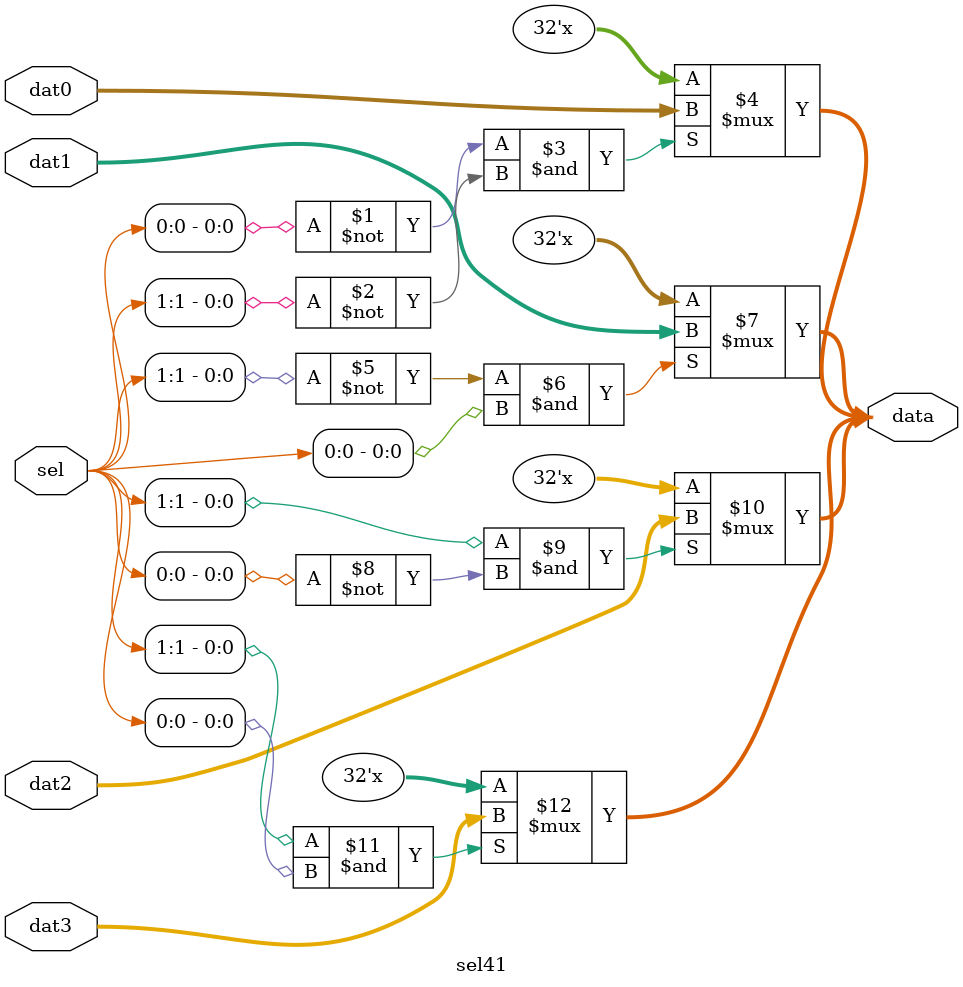
<source format=v>
module sel41(
    input [1:0]sel,
    input [31:0]dat0,
    input [31:0]dat1,
    input [31:0]dat2,
    input [31:0]dat3,

    output [31:0]data
);

assign data=~sel[0]&~sel[1]?dat0:32'bz;
assign data=~sel[1]&sel[0]?dat1:32'bz;
assign data=sel[1]&~sel[0]?dat2:32'bz;
assign data=sel[1]&sel[0]?dat3:32'bz;

endmodule // sel41
</source>
